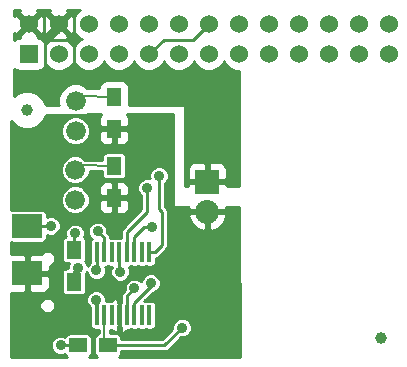
<source format=gbr>
G04 #@! TF.FileFunction,Copper,L1,Top,Signal*
%FSLAX46Y46*%
G04 Gerber Fmt 4.6, Leading zero omitted, Abs format (unit mm)*
G04 Created by KiCad (PCBNEW 4.0.1-stable) date 7/13/2016 11:34:53 AM*
%MOMM*%
G01*
G04 APERTURE LIST*
%ADD10C,0.150000*%
%ADD11R,1.500000X1.250000*%
%ADD12R,2.500000X2.000000*%
%ADD13C,1.000000*%
%ADD14R,0.406400X1.651000*%
%ADD15R,1.524000X1.524000*%
%ADD16C,1.524000*%
%ADD17C,1.676400*%
%ADD18R,1.300000X1.500000*%
%ADD19R,2.032000X2.032000*%
%ADD20O,2.032000X2.032000*%
%ADD21C,0.889000*%
%ADD22C,0.254000*%
%ADD23C,0.203200*%
G04 APERTURE END LIST*
D10*
D11*
X8616000Y-29083000D03*
X6116000Y-29083000D03*
D12*
X1800000Y-23000000D03*
X1800000Y-19000000D03*
D13*
X1778000Y-9144000D03*
X31750000Y-28448000D03*
D14*
X10223500Y-21209000D03*
X9588500Y-21209000D03*
X8953500Y-21209000D03*
X8318500Y-21209000D03*
X12128500Y-26543000D03*
X12128500Y-21209000D03*
X11493500Y-21209000D03*
X10858500Y-21209000D03*
X7683500Y-26543000D03*
X8318500Y-26543000D03*
X8953500Y-26543000D03*
X9588500Y-26543000D03*
X10223500Y-26543000D03*
X10858500Y-26543000D03*
X7683500Y-21209000D03*
X11493500Y-26543000D03*
D15*
X1905000Y-4445000D03*
D16*
X1905000Y-1905000D03*
X4445000Y-4445000D03*
X4445000Y-1905000D03*
X6985000Y-4445000D03*
X6985000Y-1905000D03*
X9525000Y-4445000D03*
X9525000Y-1905000D03*
X12065000Y-4445000D03*
X12065000Y-1905000D03*
X14605000Y-4445000D03*
X14605000Y-1905000D03*
X17145000Y-4445000D03*
X17145000Y-1905000D03*
X19685000Y-4445000D03*
X19685000Y-1905000D03*
X22225000Y-4445000D03*
X22225000Y-1905000D03*
X24765000Y-4445000D03*
X24765000Y-1905000D03*
X27305000Y-4445000D03*
X27305000Y-1905000D03*
X29845000Y-4445000D03*
X29845000Y-1905000D03*
X32385000Y-4445000D03*
X32385000Y-1905000D03*
D17*
X5842000Y-14224000D03*
X5842000Y-16764000D03*
X5880000Y-8380000D03*
X5880000Y-10920000D03*
D18*
X5760000Y-23690000D03*
X5760000Y-20990000D03*
X9144000Y-16590000D03*
X9144000Y-13890000D03*
X9144000Y-10748000D03*
X9144000Y-8048000D03*
D19*
X17018000Y-15240000D03*
D20*
X17018000Y-17780000D03*
D21*
X12382500Y-19050000D03*
X14908000Y-27584000D03*
X4980000Y-25900000D03*
X7620000Y-25240000D03*
X7650000Y-22740000D03*
X4622800Y-29083000D03*
X5840000Y-19600000D03*
X10858500Y-24257000D03*
X9652000Y-22860000D03*
X3790000Y-18960000D03*
X11938000Y-15748000D03*
X12255500Y-23812500D03*
X7747000Y-19431000D03*
X12954000Y-14732000D03*
X6080000Y-22500000D03*
D22*
X10858500Y-21209000D02*
X10858500Y-19875500D01*
X11684000Y-19050000D02*
X12382500Y-19050000D01*
X10858500Y-19875500D02*
X11684000Y-19050000D01*
X8318500Y-29083000D02*
X13409000Y-29083000D01*
X13409000Y-29083000D02*
X14908000Y-27584000D01*
D23*
X8318500Y-26543000D02*
X8318500Y-29083000D01*
D22*
X4445000Y-1905000D02*
X4445000Y-2445000D01*
X4445000Y-2445000D02*
X3330000Y-3560000D01*
X3330000Y-3560000D02*
X3330000Y-5870000D01*
X3330000Y-5870000D02*
X3410000Y-5950000D01*
X3224000Y-3200000D02*
X3224000Y-914000D01*
X5764000Y-3200000D02*
X5764000Y-914000D01*
X3224000Y-3200000D02*
X5764000Y-3200000D01*
X5764000Y-3200000D02*
X5764000Y-5232000D01*
X1905000Y-1905000D02*
X1929000Y-1905000D01*
X1929000Y-1905000D02*
X3224000Y-3200000D01*
X7683500Y-25303500D02*
X7620000Y-25240000D01*
X7683500Y-26543000D02*
X7683500Y-25303500D01*
X7650000Y-22740000D02*
X7683500Y-22706500D01*
X7683500Y-22706500D02*
X7683500Y-21209000D01*
X6116000Y-29083000D02*
X4622800Y-29083000D01*
X5989000Y-29210000D02*
X6116000Y-29083000D01*
X5760000Y-19680000D02*
X5840000Y-19600000D01*
X5760000Y-20990000D02*
X5760000Y-19680000D01*
X12065000Y-4445000D02*
X12139000Y-4445000D01*
X12139000Y-4445000D02*
X13384000Y-3200000D01*
X13384000Y-3200000D02*
X15850000Y-3200000D01*
X15850000Y-3200000D02*
X17145000Y-1905000D01*
X10223500Y-26543000D02*
X10223500Y-24892000D01*
X10223500Y-24892000D02*
X10858500Y-24257000D01*
X9588500Y-21209000D02*
X9588500Y-22796500D01*
X9588500Y-22796500D02*
X9652000Y-22860000D01*
X3750000Y-19000000D02*
X3790000Y-18960000D01*
X1800000Y-19000000D02*
X3750000Y-19000000D01*
X10223500Y-21209000D02*
X10223500Y-19494500D01*
X11938000Y-17780000D02*
X11938000Y-15748000D01*
X10223500Y-19494500D02*
X11938000Y-17780000D01*
D23*
X6239500Y-13826500D02*
X5842000Y-14224000D01*
X9144000Y-13890000D02*
X6239500Y-13826500D01*
X6275500Y-7984500D02*
X5880000Y-8380000D01*
X9144000Y-8048000D02*
X6275500Y-7984500D01*
D22*
X5880000Y-10920000D02*
X5880000Y-10960000D01*
X10858500Y-26543000D02*
X10858500Y-25463500D01*
X10858500Y-25463500D02*
X12255500Y-24066500D01*
X12255500Y-24066500D02*
X12255500Y-23812500D01*
X8318500Y-21209000D02*
X8318500Y-20002500D01*
X8318500Y-20002500D02*
X7747000Y-19431000D01*
X12128500Y-21209000D02*
X12573000Y-21209000D01*
X12954000Y-17526000D02*
X12954000Y-14732000D01*
X13208000Y-17780000D02*
X12954000Y-17526000D01*
X13208000Y-20574000D02*
X13208000Y-17780000D01*
X12573000Y-21209000D02*
X13208000Y-20574000D01*
X12065000Y-1905000D02*
X12065000Y-2032000D01*
X5760000Y-22820000D02*
X5760000Y-23690000D01*
X6080000Y-22500000D02*
X5760000Y-22820000D01*
X5760000Y-23380000D02*
X5760000Y-23690000D01*
G36*
X18499990Y-5235303D02*
X18892630Y-5628629D01*
X19405900Y-5841757D01*
X19685000Y-5842001D01*
X19685000Y-15621000D01*
X18669000Y-15621000D01*
X18669000Y-15525750D01*
X18510250Y-15367000D01*
X17145000Y-15367000D01*
X17145000Y-15387000D01*
X16891000Y-15387000D01*
X16891000Y-15367000D01*
X15525750Y-15367000D01*
X15367000Y-15525750D01*
X15367000Y-15621000D01*
X15113000Y-15621000D01*
X15113000Y-14097690D01*
X15367000Y-14097690D01*
X15367000Y-14954250D01*
X15525750Y-15113000D01*
X16891000Y-15113000D01*
X16891000Y-13747750D01*
X17145000Y-13747750D01*
X17145000Y-15113000D01*
X18510250Y-15113000D01*
X18669000Y-14954250D01*
X18669000Y-14097690D01*
X18572327Y-13864301D01*
X18393698Y-13685673D01*
X18160309Y-13589000D01*
X17303750Y-13589000D01*
X17145000Y-13747750D01*
X16891000Y-13747750D01*
X16732250Y-13589000D01*
X15875691Y-13589000D01*
X15642302Y-13685673D01*
X15463673Y-13864301D01*
X15367000Y-14097690D01*
X15113000Y-14097690D01*
X15113000Y-8890000D01*
X15102994Y-8840590D01*
X15074553Y-8798965D01*
X15032159Y-8771685D01*
X14986000Y-8763000D01*
X10441440Y-8763000D01*
X10441440Y-7298000D01*
X10397162Y-7062683D01*
X10258090Y-6846559D01*
X10045890Y-6701569D01*
X9794000Y-6650560D01*
X8494000Y-6650560D01*
X8258683Y-6694838D01*
X8042559Y-6833910D01*
X7897569Y-7046110D01*
X7849685Y-7282567D01*
X6843858Y-7260301D01*
X6715591Y-7131810D01*
X6174323Y-6907056D01*
X5588248Y-6906545D01*
X5046589Y-7130353D01*
X4631810Y-7544409D01*
X4407056Y-8085677D01*
X4406545Y-8671752D01*
X4444248Y-8763000D01*
X3380991Y-8763000D01*
X3158108Y-8223582D01*
X2700825Y-7765501D01*
X2103050Y-7517283D01*
X1455789Y-7516718D01*
X857582Y-7763892D01*
X685000Y-7936173D01*
X685000Y-5662602D01*
X891110Y-5803431D01*
X1143000Y-5854440D01*
X2667000Y-5854440D01*
X2902317Y-5810162D01*
X3118441Y-5671090D01*
X3263431Y-5458890D01*
X3300492Y-5275876D01*
X3652630Y-5628629D01*
X4165900Y-5841757D01*
X4721661Y-5842242D01*
X5235303Y-5630010D01*
X5628629Y-5237370D01*
X5714949Y-5029488D01*
X5799990Y-5235303D01*
X6192630Y-5628629D01*
X6705900Y-5841757D01*
X7261661Y-5842242D01*
X7775303Y-5630010D01*
X8168629Y-5237370D01*
X8254949Y-5029488D01*
X8339990Y-5235303D01*
X8732630Y-5628629D01*
X9245900Y-5841757D01*
X9801661Y-5842242D01*
X10315303Y-5630010D01*
X10708629Y-5237370D01*
X10794949Y-5029488D01*
X10879990Y-5235303D01*
X11272630Y-5628629D01*
X11785900Y-5841757D01*
X12341661Y-5842242D01*
X12855303Y-5630010D01*
X13248629Y-5237370D01*
X13334949Y-5029488D01*
X13419990Y-5235303D01*
X13812630Y-5628629D01*
X14325900Y-5841757D01*
X14881661Y-5842242D01*
X15395303Y-5630010D01*
X15788629Y-5237370D01*
X15874949Y-5029488D01*
X15959990Y-5235303D01*
X16352630Y-5628629D01*
X16865900Y-5841757D01*
X17421661Y-5842242D01*
X17935303Y-5630010D01*
X18328629Y-5237370D01*
X18414949Y-5029488D01*
X18499990Y-5235303D01*
X18499990Y-5235303D01*
G37*
X18499990Y-5235303D02*
X18892630Y-5628629D01*
X19405900Y-5841757D01*
X19685000Y-5842001D01*
X19685000Y-15621000D01*
X18669000Y-15621000D01*
X18669000Y-15525750D01*
X18510250Y-15367000D01*
X17145000Y-15367000D01*
X17145000Y-15387000D01*
X16891000Y-15387000D01*
X16891000Y-15367000D01*
X15525750Y-15367000D01*
X15367000Y-15525750D01*
X15367000Y-15621000D01*
X15113000Y-15621000D01*
X15113000Y-14097690D01*
X15367000Y-14097690D01*
X15367000Y-14954250D01*
X15525750Y-15113000D01*
X16891000Y-15113000D01*
X16891000Y-13747750D01*
X17145000Y-13747750D01*
X17145000Y-15113000D01*
X18510250Y-15113000D01*
X18669000Y-14954250D01*
X18669000Y-14097690D01*
X18572327Y-13864301D01*
X18393698Y-13685673D01*
X18160309Y-13589000D01*
X17303750Y-13589000D01*
X17145000Y-13747750D01*
X16891000Y-13747750D01*
X16732250Y-13589000D01*
X15875691Y-13589000D01*
X15642302Y-13685673D01*
X15463673Y-13864301D01*
X15367000Y-14097690D01*
X15113000Y-14097690D01*
X15113000Y-8890000D01*
X15102994Y-8840590D01*
X15074553Y-8798965D01*
X15032159Y-8771685D01*
X14986000Y-8763000D01*
X10441440Y-8763000D01*
X10441440Y-7298000D01*
X10397162Y-7062683D01*
X10258090Y-6846559D01*
X10045890Y-6701569D01*
X9794000Y-6650560D01*
X8494000Y-6650560D01*
X8258683Y-6694838D01*
X8042559Y-6833910D01*
X7897569Y-7046110D01*
X7849685Y-7282567D01*
X6843858Y-7260301D01*
X6715591Y-7131810D01*
X6174323Y-6907056D01*
X5588248Y-6906545D01*
X5046589Y-7130353D01*
X4631810Y-7544409D01*
X4407056Y-8085677D01*
X4406545Y-8671752D01*
X4444248Y-8763000D01*
X3380991Y-8763000D01*
X3158108Y-8223582D01*
X2700825Y-7765501D01*
X2103050Y-7517283D01*
X1455789Y-7516718D01*
X857582Y-7763892D01*
X685000Y-7936173D01*
X685000Y-5662602D01*
X891110Y-5803431D01*
X1143000Y-5854440D01*
X2667000Y-5854440D01*
X2902317Y-5810162D01*
X3118441Y-5671090D01*
X3263431Y-5458890D01*
X3300492Y-5275876D01*
X3652630Y-5628629D01*
X4165900Y-5841757D01*
X4721661Y-5842242D01*
X5235303Y-5630010D01*
X5628629Y-5237370D01*
X5714949Y-5029488D01*
X5799990Y-5235303D01*
X6192630Y-5628629D01*
X6705900Y-5841757D01*
X7261661Y-5842242D01*
X7775303Y-5630010D01*
X8168629Y-5237370D01*
X8254949Y-5029488D01*
X8339990Y-5235303D01*
X8732630Y-5628629D01*
X9245900Y-5841757D01*
X9801661Y-5842242D01*
X10315303Y-5630010D01*
X10708629Y-5237370D01*
X10794949Y-5029488D01*
X10879990Y-5235303D01*
X11272630Y-5628629D01*
X11785900Y-5841757D01*
X12341661Y-5842242D01*
X12855303Y-5630010D01*
X13248629Y-5237370D01*
X13334949Y-5029488D01*
X13419990Y-5235303D01*
X13812630Y-5628629D01*
X14325900Y-5841757D01*
X14881661Y-5842242D01*
X15395303Y-5630010D01*
X15788629Y-5237370D01*
X15874949Y-5029488D01*
X15959990Y-5235303D01*
X16352630Y-5628629D01*
X16865900Y-5841757D01*
X17421661Y-5842242D01*
X17935303Y-5630010D01*
X18328629Y-5237370D01*
X18414949Y-5029488D01*
X18499990Y-5235303D01*
G36*
X1104392Y-924787D02*
X1905000Y-1725395D01*
X2705608Y-924787D01*
X2636831Y-685000D01*
X3713169Y-685000D01*
X3644392Y-924787D01*
X4445000Y-1725395D01*
X5245608Y-924787D01*
X5176831Y-685000D01*
X6279379Y-685000D01*
X6194697Y-719990D01*
X5801371Y-1112630D01*
X5721605Y-1304727D01*
X5667397Y-1173857D01*
X5425213Y-1104392D01*
X4624605Y-1905000D01*
X5425213Y-2705608D01*
X5667397Y-2636143D01*
X5717509Y-2495682D01*
X5799990Y-2695303D01*
X6192630Y-3088629D01*
X6400512Y-3174949D01*
X6194697Y-3259990D01*
X5801371Y-3652630D01*
X5715051Y-3860512D01*
X5630010Y-3654697D01*
X5237370Y-3261371D01*
X5045273Y-3181605D01*
X5176143Y-3127397D01*
X5245608Y-2885213D01*
X4445000Y-2084605D01*
X3644392Y-2885213D01*
X3713857Y-3127397D01*
X3854318Y-3177509D01*
X3654697Y-3259990D01*
X3301237Y-3612833D01*
X3270162Y-3447683D01*
X3131090Y-3231559D01*
X2918890Y-3086569D01*
X2667000Y-3035560D01*
X2662484Y-3035560D01*
X2705608Y-2885213D01*
X1905000Y-2084605D01*
X1104392Y-2885213D01*
X1147516Y-3035560D01*
X1143000Y-3035560D01*
X907683Y-3079838D01*
X691559Y-3218910D01*
X685000Y-3228509D01*
X685000Y-2636831D01*
X924787Y-2705608D01*
X1725395Y-1905000D01*
X2084605Y-1905000D01*
X2885213Y-2705608D01*
X3127397Y-2636143D01*
X3171453Y-2512656D01*
X3222603Y-2636143D01*
X3464787Y-2705608D01*
X4265395Y-1905000D01*
X3464787Y-1104392D01*
X3222603Y-1173857D01*
X3178547Y-1297344D01*
X3127397Y-1173857D01*
X2885213Y-1104392D01*
X2084605Y-1905000D01*
X1725395Y-1905000D01*
X924787Y-1104392D01*
X685000Y-1173169D01*
X685000Y-685000D01*
X1173169Y-685000D01*
X1104392Y-924787D01*
X1104392Y-924787D01*
G37*
X1104392Y-924787D02*
X1905000Y-1725395D01*
X2705608Y-924787D01*
X2636831Y-685000D01*
X3713169Y-685000D01*
X3644392Y-924787D01*
X4445000Y-1725395D01*
X5245608Y-924787D01*
X5176831Y-685000D01*
X6279379Y-685000D01*
X6194697Y-719990D01*
X5801371Y-1112630D01*
X5721605Y-1304727D01*
X5667397Y-1173857D01*
X5425213Y-1104392D01*
X4624605Y-1905000D01*
X5425213Y-2705608D01*
X5667397Y-2636143D01*
X5717509Y-2495682D01*
X5799990Y-2695303D01*
X6192630Y-3088629D01*
X6400512Y-3174949D01*
X6194697Y-3259990D01*
X5801371Y-3652630D01*
X5715051Y-3860512D01*
X5630010Y-3654697D01*
X5237370Y-3261371D01*
X5045273Y-3181605D01*
X5176143Y-3127397D01*
X5245608Y-2885213D01*
X4445000Y-2084605D01*
X3644392Y-2885213D01*
X3713857Y-3127397D01*
X3854318Y-3177509D01*
X3654697Y-3259990D01*
X3301237Y-3612833D01*
X3270162Y-3447683D01*
X3131090Y-3231559D01*
X2918890Y-3086569D01*
X2667000Y-3035560D01*
X2662484Y-3035560D01*
X2705608Y-2885213D01*
X1905000Y-2084605D01*
X1104392Y-2885213D01*
X1147516Y-3035560D01*
X1143000Y-3035560D01*
X907683Y-3079838D01*
X691559Y-3218910D01*
X685000Y-3228509D01*
X685000Y-2636831D01*
X924787Y-2705608D01*
X1725395Y-1905000D01*
X2084605Y-1905000D01*
X2885213Y-2705608D01*
X3127397Y-2636143D01*
X3171453Y-2512656D01*
X3222603Y-2636143D01*
X3464787Y-2705608D01*
X4265395Y-1905000D01*
X3464787Y-1104392D01*
X3222603Y-1173857D01*
X3178547Y-1297344D01*
X3127397Y-1173857D01*
X2885213Y-1104392D01*
X2084605Y-1905000D01*
X1725395Y-1905000D01*
X924787Y-1104392D01*
X685000Y-1173169D01*
X685000Y-685000D01*
X1173169Y-685000D01*
X1104392Y-924787D01*
G36*
X7955673Y-9638302D02*
X7859000Y-9871691D01*
X7859000Y-10462250D01*
X8017750Y-10621000D01*
X9017000Y-10621000D01*
X9017000Y-10601000D01*
X9271000Y-10601000D01*
X9271000Y-10621000D01*
X10270250Y-10621000D01*
X10429000Y-10462250D01*
X10429000Y-9871691D01*
X10332327Y-9638302D01*
X10219026Y-9525000D01*
X14097000Y-9525000D01*
X14097000Y-17272000D01*
X14107006Y-17321410D01*
X14135447Y-17363035D01*
X14177841Y-17390315D01*
X14224000Y-17399000D01*
X15412930Y-17399000D01*
X15531164Y-17653000D01*
X16891000Y-17653000D01*
X16891000Y-17633000D01*
X17145000Y-17633000D01*
X17145000Y-17653000D01*
X18504836Y-17653000D01*
X18623070Y-17399000D01*
X19686225Y-17399000D01*
X19808817Y-30049000D01*
X9539665Y-30049000D01*
X9636865Y-29986454D01*
X9723859Y-29859134D01*
X9754464Y-29708000D01*
X9754464Y-29591000D01*
X13409000Y-29591000D01*
X13603403Y-29552331D01*
X13768210Y-29442210D01*
X14801013Y-28409407D01*
X15071482Y-28409643D01*
X15374998Y-28284233D01*
X15607417Y-28052219D01*
X15733357Y-27748923D01*
X15733643Y-27420518D01*
X15608233Y-27117002D01*
X15376219Y-26884583D01*
X15072923Y-26758643D01*
X14744518Y-26758357D01*
X14441002Y-26883767D01*
X14208583Y-27115781D01*
X14082643Y-27419077D01*
X14082406Y-27691174D01*
X13198580Y-28575000D01*
X9754464Y-28575000D01*
X9754464Y-28458000D01*
X9727897Y-28316810D01*
X9644454Y-28187135D01*
X9517134Y-28100141D01*
X9366000Y-28069536D01*
X8801100Y-28069536D01*
X8801100Y-27756964D01*
X8875738Y-27756964D01*
X9025602Y-27906827D01*
X9258991Y-28003500D01*
X9328150Y-28003500D01*
X9486900Y-27844750D01*
X9486900Y-27560114D01*
X9514559Y-27519634D01*
X9545164Y-27368500D01*
X9545164Y-25717500D01*
X9631836Y-25717500D01*
X9631836Y-27368500D01*
X9658403Y-27509690D01*
X9690100Y-27558949D01*
X9690100Y-27844750D01*
X9848850Y-28003500D01*
X9918009Y-28003500D01*
X10151398Y-27906827D01*
X10301262Y-27756964D01*
X10426700Y-27756964D01*
X10545195Y-27734667D01*
X10655300Y-27756964D01*
X11061700Y-27756964D01*
X11180195Y-27734667D01*
X11290300Y-27756964D01*
X11696700Y-27756964D01*
X11815195Y-27734667D01*
X11925300Y-27756964D01*
X12331700Y-27756964D01*
X12472890Y-27730397D01*
X12602565Y-27646954D01*
X12689559Y-27519634D01*
X12720164Y-27368500D01*
X12720164Y-25717500D01*
X12693597Y-25576310D01*
X12610154Y-25446635D01*
X12482834Y-25359641D01*
X12331700Y-25329036D01*
X11925300Y-25329036D01*
X11806805Y-25351333D01*
X11708911Y-25331509D01*
X12402292Y-24638128D01*
X12418982Y-24638143D01*
X12722498Y-24512733D01*
X12954917Y-24280719D01*
X13080857Y-23977423D01*
X13081143Y-23649018D01*
X12955733Y-23345502D01*
X12723719Y-23113083D01*
X12420423Y-22987143D01*
X12092018Y-22986857D01*
X11788502Y-23112267D01*
X11556083Y-23344281D01*
X11430143Y-23647577D01*
X11430131Y-23661176D01*
X11326719Y-23557583D01*
X11023423Y-23431643D01*
X10695018Y-23431357D01*
X10391502Y-23556767D01*
X10159083Y-23788781D01*
X10033143Y-24092077D01*
X10032906Y-24364174D01*
X9864290Y-24532790D01*
X9754169Y-24697597D01*
X9715500Y-24892000D01*
X9715500Y-25215850D01*
X9690100Y-25241250D01*
X9690100Y-25525886D01*
X9662441Y-25566366D01*
X9631836Y-25717500D01*
X9545164Y-25717500D01*
X9518597Y-25576310D01*
X9486900Y-25527051D01*
X9486900Y-25241250D01*
X9328150Y-25082500D01*
X9258991Y-25082500D01*
X9025602Y-25179173D01*
X8875738Y-25329036D01*
X8750300Y-25329036D01*
X8631805Y-25351333D01*
X8521700Y-25329036D01*
X8445423Y-25329036D01*
X8445643Y-25076518D01*
X8320233Y-24773002D01*
X8088219Y-24540583D01*
X7784923Y-24414643D01*
X7456518Y-24414357D01*
X7153002Y-24539767D01*
X6920583Y-24771781D01*
X6794643Y-25075077D01*
X6794357Y-25403482D01*
X6919767Y-25706998D01*
X7091836Y-25879367D01*
X7091836Y-27368500D01*
X7118403Y-27509690D01*
X7201846Y-27639365D01*
X7329166Y-27726359D01*
X7480300Y-27756964D01*
X7835900Y-27756964D01*
X7835900Y-28075200D01*
X7724810Y-28096103D01*
X7595135Y-28179546D01*
X7508141Y-28306866D01*
X7477536Y-28458000D01*
X7477536Y-29708000D01*
X7504103Y-29849190D01*
X7587546Y-29978865D01*
X7690192Y-30049000D01*
X7039665Y-30049000D01*
X7136865Y-29986454D01*
X7223859Y-29859134D01*
X7254464Y-29708000D01*
X7254464Y-28458000D01*
X7227897Y-28316810D01*
X7144454Y-28187135D01*
X7017134Y-28100141D01*
X6866000Y-28069536D01*
X5366000Y-28069536D01*
X5224810Y-28096103D01*
X5095135Y-28179546D01*
X5008141Y-28306866D01*
X5000239Y-28345888D01*
X4787723Y-28257643D01*
X4459318Y-28257357D01*
X4155802Y-28382767D01*
X3923383Y-28614781D01*
X3797443Y-28918077D01*
X3797157Y-29246482D01*
X3922567Y-29549998D01*
X4154581Y-29782417D01*
X4457877Y-29908357D01*
X4786282Y-29908643D01*
X4998769Y-29820845D01*
X5004103Y-29849190D01*
X5087546Y-29978865D01*
X5190192Y-30049000D01*
X431000Y-30049000D01*
X431000Y-25859914D01*
X2818886Y-25859914D01*
X2918546Y-26101109D01*
X3102921Y-26285806D01*
X3343941Y-26385886D01*
X3604914Y-26386114D01*
X3846109Y-26286454D01*
X4030806Y-26102079D01*
X4130886Y-25861059D01*
X4131114Y-25600086D01*
X4031454Y-25358891D01*
X3847079Y-25174194D01*
X3606059Y-25074114D01*
X3345086Y-25073886D01*
X3103891Y-25173546D01*
X2919194Y-25357921D01*
X2819114Y-25598941D01*
X2818886Y-25859914D01*
X431000Y-25859914D01*
X431000Y-24635000D01*
X1514250Y-24635000D01*
X1673000Y-24476250D01*
X1673000Y-23127000D01*
X1927000Y-23127000D01*
X1927000Y-24476250D01*
X2085750Y-24635000D01*
X3176310Y-24635000D01*
X3409699Y-24538327D01*
X3588327Y-24359698D01*
X3685000Y-24126309D01*
X3685000Y-23285750D01*
X3526250Y-23127000D01*
X1927000Y-23127000D01*
X1673000Y-23127000D01*
X1653000Y-23127000D01*
X1653000Y-22873000D01*
X1673000Y-22873000D01*
X1673000Y-21523750D01*
X1927000Y-21523750D01*
X1927000Y-22873000D01*
X3526250Y-22873000D01*
X3685000Y-22714250D01*
X3685000Y-22353023D01*
X3846109Y-22286454D01*
X4030806Y-22102079D01*
X4130886Y-21861059D01*
X4131114Y-21600086D01*
X4031454Y-21358891D01*
X3847079Y-21174194D01*
X3606059Y-21074114D01*
X3345086Y-21073886D01*
X3103891Y-21173546D01*
X2919194Y-21357921D01*
X2916255Y-21365000D01*
X2085750Y-21365000D01*
X1927000Y-21523750D01*
X1673000Y-21523750D01*
X1514250Y-21365000D01*
X431000Y-21365000D01*
X431000Y-20364366D01*
X550000Y-20388464D01*
X3050000Y-20388464D01*
X3191190Y-20361897D01*
X3320865Y-20278454D01*
X3347139Y-20240000D01*
X4721536Y-20240000D01*
X4721536Y-21740000D01*
X4748103Y-21881190D01*
X4831546Y-22010865D01*
X4958866Y-22097859D01*
X5110000Y-22128464D01*
X5340437Y-22128464D01*
X5254643Y-22335077D01*
X5254454Y-22551536D01*
X5110000Y-22551536D01*
X4968810Y-22578103D01*
X4839135Y-22661546D01*
X4752141Y-22788866D01*
X4721536Y-22940000D01*
X4721536Y-24440000D01*
X4748103Y-24581190D01*
X4831546Y-24710865D01*
X4958866Y-24797859D01*
X5110000Y-24828464D01*
X6410000Y-24828464D01*
X6551190Y-24801897D01*
X6680865Y-24718454D01*
X6767859Y-24591134D01*
X6798464Y-24440000D01*
X6798464Y-22940000D01*
X6796178Y-22927853D01*
X6824395Y-22859900D01*
X6824357Y-22903482D01*
X6949767Y-23206998D01*
X7181781Y-23439417D01*
X7485077Y-23565357D01*
X7813482Y-23565643D01*
X8116998Y-23440233D01*
X8349417Y-23208219D01*
X8475357Y-22904923D01*
X8475643Y-22576518D01*
X8412196Y-22422964D01*
X8521700Y-22422964D01*
X8640195Y-22400667D01*
X8750300Y-22422964D01*
X8939635Y-22422964D01*
X8826643Y-22695077D01*
X8826357Y-23023482D01*
X8951767Y-23326998D01*
X9183781Y-23559417D01*
X9487077Y-23685357D01*
X9815482Y-23685643D01*
X10118998Y-23560233D01*
X10351417Y-23328219D01*
X10477357Y-23024923D01*
X10477643Y-22696518D01*
X10364613Y-22422964D01*
X10426700Y-22422964D01*
X10545195Y-22400667D01*
X10655300Y-22422964D01*
X11061700Y-22422964D01*
X11180195Y-22400667D01*
X11290300Y-22422964D01*
X11696700Y-22422964D01*
X11815195Y-22400667D01*
X11925300Y-22422964D01*
X12331700Y-22422964D01*
X12472890Y-22396397D01*
X12602565Y-22312954D01*
X12689559Y-22185634D01*
X12720164Y-22034500D01*
X12720164Y-21687727D01*
X12767403Y-21678331D01*
X12932210Y-21568210D01*
X13567211Y-20933210D01*
X13677331Y-20768403D01*
X13716000Y-20574000D01*
X13716000Y-18162944D01*
X15412025Y-18162944D01*
X15611615Y-18644818D01*
X16049621Y-19117188D01*
X16635054Y-19385983D01*
X16891000Y-19267367D01*
X16891000Y-17907000D01*
X17145000Y-17907000D01*
X17145000Y-19267367D01*
X17400946Y-19385983D01*
X17986379Y-19117188D01*
X18424385Y-18644818D01*
X18623975Y-18162944D01*
X18504836Y-17907000D01*
X17145000Y-17907000D01*
X16891000Y-17907000D01*
X15531164Y-17907000D01*
X15412025Y-18162944D01*
X13716000Y-18162944D01*
X13716000Y-17780000D01*
X13677331Y-17585597D01*
X13677331Y-17585596D01*
X13567210Y-17420790D01*
X13462000Y-17315580D01*
X13462000Y-15391302D01*
X13653417Y-15200219D01*
X13779357Y-14896923D01*
X13779643Y-14568518D01*
X13654233Y-14265002D01*
X13422219Y-14032583D01*
X13118923Y-13906643D01*
X12790518Y-13906357D01*
X12487002Y-14031767D01*
X12254583Y-14263781D01*
X12128643Y-14567077D01*
X12128357Y-14895482D01*
X12147171Y-14941017D01*
X12102923Y-14922643D01*
X11774518Y-14922357D01*
X11471002Y-15047767D01*
X11238583Y-15279781D01*
X11112643Y-15583077D01*
X11112357Y-15911482D01*
X11237767Y-16214998D01*
X11430000Y-16407567D01*
X11430000Y-17569580D01*
X9864290Y-19135290D01*
X9754169Y-19300097D01*
X9715500Y-19494500D01*
X9715500Y-19995036D01*
X9385300Y-19995036D01*
X9266805Y-20017333D01*
X9156700Y-19995036D01*
X8825015Y-19995036D01*
X8787831Y-19808097D01*
X8677710Y-19643290D01*
X8572407Y-19537987D01*
X8572643Y-19267518D01*
X8447233Y-18964002D01*
X8215219Y-18731583D01*
X7911923Y-18605643D01*
X7583518Y-18605357D01*
X7280002Y-18730767D01*
X7047583Y-18962781D01*
X6921643Y-19266077D01*
X6921357Y-19594482D01*
X7046767Y-19897998D01*
X7236237Y-20087799D01*
X7209435Y-20105046D01*
X7122441Y-20232366D01*
X7091836Y-20383500D01*
X7091836Y-22034500D01*
X7107087Y-22115550D01*
X6950583Y-22271781D01*
X6905605Y-22380100D01*
X6905643Y-22336518D01*
X6780233Y-22033002D01*
X6715341Y-21967997D01*
X6767859Y-21891134D01*
X6798464Y-21740000D01*
X6798464Y-20240000D01*
X6771897Y-20098810D01*
X6688454Y-19969135D01*
X6604406Y-19911708D01*
X6665357Y-19764923D01*
X6665643Y-19436518D01*
X6540233Y-19133002D01*
X6308219Y-18900583D01*
X6004923Y-18774643D01*
X5676518Y-18774357D01*
X5373002Y-18899767D01*
X5140583Y-19131781D01*
X5014643Y-19435077D01*
X5014357Y-19763482D01*
X5055015Y-19861882D01*
X4968810Y-19878103D01*
X4839135Y-19961546D01*
X4752141Y-20088866D01*
X4721536Y-20240000D01*
X3347139Y-20240000D01*
X3407859Y-20151134D01*
X3438464Y-20000000D01*
X3438464Y-19707868D01*
X3625077Y-19785357D01*
X3953482Y-19785643D01*
X4256998Y-19660233D01*
X4489417Y-19428219D01*
X4615357Y-19124923D01*
X4615643Y-18796518D01*
X4490233Y-18493002D01*
X4258219Y-18260583D01*
X3954923Y-18134643D01*
X3626518Y-18134357D01*
X3438464Y-18212059D01*
X3438464Y-18000000D01*
X3411897Y-17858810D01*
X3328454Y-17729135D01*
X3201134Y-17642141D01*
X3050000Y-17611536D01*
X550000Y-17611536D01*
X431000Y-17633928D01*
X431000Y-17005450D01*
X4622588Y-17005450D01*
X4807809Y-17453719D01*
X5150477Y-17796985D01*
X5598422Y-17982988D01*
X6083450Y-17983412D01*
X6531719Y-17798191D01*
X6874985Y-17455523D01*
X7060988Y-17007578D01*
X7061103Y-16875750D01*
X7859000Y-16875750D01*
X7859000Y-17466309D01*
X7955673Y-17699698D01*
X8134301Y-17878327D01*
X8367690Y-17975000D01*
X8858250Y-17975000D01*
X9017000Y-17816250D01*
X9017000Y-16717000D01*
X9271000Y-16717000D01*
X9271000Y-17816250D01*
X9429750Y-17975000D01*
X9920310Y-17975000D01*
X10153699Y-17878327D01*
X10332327Y-17699698D01*
X10429000Y-17466309D01*
X10429000Y-16875750D01*
X10270250Y-16717000D01*
X9271000Y-16717000D01*
X9017000Y-16717000D01*
X8017750Y-16717000D01*
X7859000Y-16875750D01*
X7061103Y-16875750D01*
X7061412Y-16522550D01*
X6876191Y-16074281D01*
X6533523Y-15731015D01*
X6491803Y-15713691D01*
X7859000Y-15713691D01*
X7859000Y-16304250D01*
X8017750Y-16463000D01*
X9017000Y-16463000D01*
X9017000Y-15363750D01*
X9271000Y-15363750D01*
X9271000Y-16463000D01*
X10270250Y-16463000D01*
X10429000Y-16304250D01*
X10429000Y-15713691D01*
X10332327Y-15480302D01*
X10153699Y-15301673D01*
X9920310Y-15205000D01*
X9429750Y-15205000D01*
X9271000Y-15363750D01*
X9017000Y-15363750D01*
X8858250Y-15205000D01*
X8367690Y-15205000D01*
X8134301Y-15301673D01*
X7955673Y-15480302D01*
X7859000Y-15713691D01*
X6491803Y-15713691D01*
X6085578Y-15545012D01*
X5600550Y-15544588D01*
X5152281Y-15729809D01*
X4809015Y-16072477D01*
X4623012Y-16520422D01*
X4622588Y-17005450D01*
X431000Y-17005450D01*
X431000Y-14465450D01*
X4622588Y-14465450D01*
X4807809Y-14913719D01*
X5150477Y-15256985D01*
X5598422Y-15442988D01*
X6083450Y-15443412D01*
X6531719Y-15258191D01*
X6874985Y-14915523D01*
X7060988Y-14467578D01*
X7061111Y-14327178D01*
X8105536Y-14350012D01*
X8105536Y-14640000D01*
X8132103Y-14781190D01*
X8215546Y-14910865D01*
X8342866Y-14997859D01*
X8494000Y-15028464D01*
X9794000Y-15028464D01*
X9935190Y-15001897D01*
X10064865Y-14918454D01*
X10151859Y-14791134D01*
X10182464Y-14640000D01*
X10182464Y-13140000D01*
X10155897Y-12998810D01*
X10072454Y-12869135D01*
X9945134Y-12782141D01*
X9794000Y-12751536D01*
X8494000Y-12751536D01*
X8352810Y-12778103D01*
X8223135Y-12861546D01*
X8136141Y-12988866D01*
X8105536Y-13140000D01*
X8105536Y-13384581D01*
X6695989Y-13353764D01*
X6533523Y-13191015D01*
X6085578Y-13005012D01*
X5600550Y-13004588D01*
X5152281Y-13189809D01*
X4809015Y-13532477D01*
X4623012Y-13980422D01*
X4622588Y-14465450D01*
X431000Y-14465450D01*
X431000Y-11161450D01*
X4660588Y-11161450D01*
X4845809Y-11609719D01*
X5188477Y-11952985D01*
X5636422Y-12138988D01*
X6121450Y-12139412D01*
X6569719Y-11954191D01*
X6912985Y-11611523D01*
X7098988Y-11163578D01*
X7099101Y-11033750D01*
X7859000Y-11033750D01*
X7859000Y-11624309D01*
X7955673Y-11857698D01*
X8134301Y-12036327D01*
X8367690Y-12133000D01*
X8858250Y-12133000D01*
X9017000Y-11974250D01*
X9017000Y-10875000D01*
X9271000Y-10875000D01*
X9271000Y-11974250D01*
X9429750Y-12133000D01*
X9920310Y-12133000D01*
X10153699Y-12036327D01*
X10332327Y-11857698D01*
X10429000Y-11624309D01*
X10429000Y-11033750D01*
X10270250Y-10875000D01*
X9271000Y-10875000D01*
X9017000Y-10875000D01*
X8017750Y-10875000D01*
X7859000Y-11033750D01*
X7099101Y-11033750D01*
X7099412Y-10678550D01*
X6914191Y-10230281D01*
X6571523Y-9887015D01*
X6123578Y-9701012D01*
X5638550Y-9700588D01*
X5190281Y-9885809D01*
X4847015Y-10228477D01*
X4661012Y-10676422D01*
X4660588Y-11161450D01*
X431000Y-11161450D01*
X431000Y-10097584D01*
X855175Y-10522499D01*
X1452950Y-10770717D01*
X2100211Y-10771282D01*
X2698418Y-10524108D01*
X3156499Y-10066825D01*
X3352745Y-9594213D01*
X5534338Y-9556599D01*
X5636422Y-9598988D01*
X6121450Y-9599412D01*
X6255142Y-9544171D01*
X7367087Y-9525000D01*
X8068974Y-9525000D01*
X7955673Y-9638302D01*
X7955673Y-9638302D01*
G37*
X7955673Y-9638302D02*
X7859000Y-9871691D01*
X7859000Y-10462250D01*
X8017750Y-10621000D01*
X9017000Y-10621000D01*
X9017000Y-10601000D01*
X9271000Y-10601000D01*
X9271000Y-10621000D01*
X10270250Y-10621000D01*
X10429000Y-10462250D01*
X10429000Y-9871691D01*
X10332327Y-9638302D01*
X10219026Y-9525000D01*
X14097000Y-9525000D01*
X14097000Y-17272000D01*
X14107006Y-17321410D01*
X14135447Y-17363035D01*
X14177841Y-17390315D01*
X14224000Y-17399000D01*
X15412930Y-17399000D01*
X15531164Y-17653000D01*
X16891000Y-17653000D01*
X16891000Y-17633000D01*
X17145000Y-17633000D01*
X17145000Y-17653000D01*
X18504836Y-17653000D01*
X18623070Y-17399000D01*
X19686225Y-17399000D01*
X19808817Y-30049000D01*
X9539665Y-30049000D01*
X9636865Y-29986454D01*
X9723859Y-29859134D01*
X9754464Y-29708000D01*
X9754464Y-29591000D01*
X13409000Y-29591000D01*
X13603403Y-29552331D01*
X13768210Y-29442210D01*
X14801013Y-28409407D01*
X15071482Y-28409643D01*
X15374998Y-28284233D01*
X15607417Y-28052219D01*
X15733357Y-27748923D01*
X15733643Y-27420518D01*
X15608233Y-27117002D01*
X15376219Y-26884583D01*
X15072923Y-26758643D01*
X14744518Y-26758357D01*
X14441002Y-26883767D01*
X14208583Y-27115781D01*
X14082643Y-27419077D01*
X14082406Y-27691174D01*
X13198580Y-28575000D01*
X9754464Y-28575000D01*
X9754464Y-28458000D01*
X9727897Y-28316810D01*
X9644454Y-28187135D01*
X9517134Y-28100141D01*
X9366000Y-28069536D01*
X8801100Y-28069536D01*
X8801100Y-27756964D01*
X8875738Y-27756964D01*
X9025602Y-27906827D01*
X9258991Y-28003500D01*
X9328150Y-28003500D01*
X9486900Y-27844750D01*
X9486900Y-27560114D01*
X9514559Y-27519634D01*
X9545164Y-27368500D01*
X9545164Y-25717500D01*
X9631836Y-25717500D01*
X9631836Y-27368500D01*
X9658403Y-27509690D01*
X9690100Y-27558949D01*
X9690100Y-27844750D01*
X9848850Y-28003500D01*
X9918009Y-28003500D01*
X10151398Y-27906827D01*
X10301262Y-27756964D01*
X10426700Y-27756964D01*
X10545195Y-27734667D01*
X10655300Y-27756964D01*
X11061700Y-27756964D01*
X11180195Y-27734667D01*
X11290300Y-27756964D01*
X11696700Y-27756964D01*
X11815195Y-27734667D01*
X11925300Y-27756964D01*
X12331700Y-27756964D01*
X12472890Y-27730397D01*
X12602565Y-27646954D01*
X12689559Y-27519634D01*
X12720164Y-27368500D01*
X12720164Y-25717500D01*
X12693597Y-25576310D01*
X12610154Y-25446635D01*
X12482834Y-25359641D01*
X12331700Y-25329036D01*
X11925300Y-25329036D01*
X11806805Y-25351333D01*
X11708911Y-25331509D01*
X12402292Y-24638128D01*
X12418982Y-24638143D01*
X12722498Y-24512733D01*
X12954917Y-24280719D01*
X13080857Y-23977423D01*
X13081143Y-23649018D01*
X12955733Y-23345502D01*
X12723719Y-23113083D01*
X12420423Y-22987143D01*
X12092018Y-22986857D01*
X11788502Y-23112267D01*
X11556083Y-23344281D01*
X11430143Y-23647577D01*
X11430131Y-23661176D01*
X11326719Y-23557583D01*
X11023423Y-23431643D01*
X10695018Y-23431357D01*
X10391502Y-23556767D01*
X10159083Y-23788781D01*
X10033143Y-24092077D01*
X10032906Y-24364174D01*
X9864290Y-24532790D01*
X9754169Y-24697597D01*
X9715500Y-24892000D01*
X9715500Y-25215850D01*
X9690100Y-25241250D01*
X9690100Y-25525886D01*
X9662441Y-25566366D01*
X9631836Y-25717500D01*
X9545164Y-25717500D01*
X9518597Y-25576310D01*
X9486900Y-25527051D01*
X9486900Y-25241250D01*
X9328150Y-25082500D01*
X9258991Y-25082500D01*
X9025602Y-25179173D01*
X8875738Y-25329036D01*
X8750300Y-25329036D01*
X8631805Y-25351333D01*
X8521700Y-25329036D01*
X8445423Y-25329036D01*
X8445643Y-25076518D01*
X8320233Y-24773002D01*
X8088219Y-24540583D01*
X7784923Y-24414643D01*
X7456518Y-24414357D01*
X7153002Y-24539767D01*
X6920583Y-24771781D01*
X6794643Y-25075077D01*
X6794357Y-25403482D01*
X6919767Y-25706998D01*
X7091836Y-25879367D01*
X7091836Y-27368500D01*
X7118403Y-27509690D01*
X7201846Y-27639365D01*
X7329166Y-27726359D01*
X7480300Y-27756964D01*
X7835900Y-27756964D01*
X7835900Y-28075200D01*
X7724810Y-28096103D01*
X7595135Y-28179546D01*
X7508141Y-28306866D01*
X7477536Y-28458000D01*
X7477536Y-29708000D01*
X7504103Y-29849190D01*
X7587546Y-29978865D01*
X7690192Y-30049000D01*
X7039665Y-30049000D01*
X7136865Y-29986454D01*
X7223859Y-29859134D01*
X7254464Y-29708000D01*
X7254464Y-28458000D01*
X7227897Y-28316810D01*
X7144454Y-28187135D01*
X7017134Y-28100141D01*
X6866000Y-28069536D01*
X5366000Y-28069536D01*
X5224810Y-28096103D01*
X5095135Y-28179546D01*
X5008141Y-28306866D01*
X5000239Y-28345888D01*
X4787723Y-28257643D01*
X4459318Y-28257357D01*
X4155802Y-28382767D01*
X3923383Y-28614781D01*
X3797443Y-28918077D01*
X3797157Y-29246482D01*
X3922567Y-29549998D01*
X4154581Y-29782417D01*
X4457877Y-29908357D01*
X4786282Y-29908643D01*
X4998769Y-29820845D01*
X5004103Y-29849190D01*
X5087546Y-29978865D01*
X5190192Y-30049000D01*
X431000Y-30049000D01*
X431000Y-25859914D01*
X2818886Y-25859914D01*
X2918546Y-26101109D01*
X3102921Y-26285806D01*
X3343941Y-26385886D01*
X3604914Y-26386114D01*
X3846109Y-26286454D01*
X4030806Y-26102079D01*
X4130886Y-25861059D01*
X4131114Y-25600086D01*
X4031454Y-25358891D01*
X3847079Y-25174194D01*
X3606059Y-25074114D01*
X3345086Y-25073886D01*
X3103891Y-25173546D01*
X2919194Y-25357921D01*
X2819114Y-25598941D01*
X2818886Y-25859914D01*
X431000Y-25859914D01*
X431000Y-24635000D01*
X1514250Y-24635000D01*
X1673000Y-24476250D01*
X1673000Y-23127000D01*
X1927000Y-23127000D01*
X1927000Y-24476250D01*
X2085750Y-24635000D01*
X3176310Y-24635000D01*
X3409699Y-24538327D01*
X3588327Y-24359698D01*
X3685000Y-24126309D01*
X3685000Y-23285750D01*
X3526250Y-23127000D01*
X1927000Y-23127000D01*
X1673000Y-23127000D01*
X1653000Y-23127000D01*
X1653000Y-22873000D01*
X1673000Y-22873000D01*
X1673000Y-21523750D01*
X1927000Y-21523750D01*
X1927000Y-22873000D01*
X3526250Y-22873000D01*
X3685000Y-22714250D01*
X3685000Y-22353023D01*
X3846109Y-22286454D01*
X4030806Y-22102079D01*
X4130886Y-21861059D01*
X4131114Y-21600086D01*
X4031454Y-21358891D01*
X3847079Y-21174194D01*
X3606059Y-21074114D01*
X3345086Y-21073886D01*
X3103891Y-21173546D01*
X2919194Y-21357921D01*
X2916255Y-21365000D01*
X2085750Y-21365000D01*
X1927000Y-21523750D01*
X1673000Y-21523750D01*
X1514250Y-21365000D01*
X431000Y-21365000D01*
X431000Y-20364366D01*
X550000Y-20388464D01*
X3050000Y-20388464D01*
X3191190Y-20361897D01*
X3320865Y-20278454D01*
X3347139Y-20240000D01*
X4721536Y-20240000D01*
X4721536Y-21740000D01*
X4748103Y-21881190D01*
X4831546Y-22010865D01*
X4958866Y-22097859D01*
X5110000Y-22128464D01*
X5340437Y-22128464D01*
X5254643Y-22335077D01*
X5254454Y-22551536D01*
X5110000Y-22551536D01*
X4968810Y-22578103D01*
X4839135Y-22661546D01*
X4752141Y-22788866D01*
X4721536Y-22940000D01*
X4721536Y-24440000D01*
X4748103Y-24581190D01*
X4831546Y-24710865D01*
X4958866Y-24797859D01*
X5110000Y-24828464D01*
X6410000Y-24828464D01*
X6551190Y-24801897D01*
X6680865Y-24718454D01*
X6767859Y-24591134D01*
X6798464Y-24440000D01*
X6798464Y-22940000D01*
X6796178Y-22927853D01*
X6824395Y-22859900D01*
X6824357Y-22903482D01*
X6949767Y-23206998D01*
X7181781Y-23439417D01*
X7485077Y-23565357D01*
X7813482Y-23565643D01*
X8116998Y-23440233D01*
X8349417Y-23208219D01*
X8475357Y-22904923D01*
X8475643Y-22576518D01*
X8412196Y-22422964D01*
X8521700Y-22422964D01*
X8640195Y-22400667D01*
X8750300Y-22422964D01*
X8939635Y-22422964D01*
X8826643Y-22695077D01*
X8826357Y-23023482D01*
X8951767Y-23326998D01*
X9183781Y-23559417D01*
X9487077Y-23685357D01*
X9815482Y-23685643D01*
X10118998Y-23560233D01*
X10351417Y-23328219D01*
X10477357Y-23024923D01*
X10477643Y-22696518D01*
X10364613Y-22422964D01*
X10426700Y-22422964D01*
X10545195Y-22400667D01*
X10655300Y-22422964D01*
X11061700Y-22422964D01*
X11180195Y-22400667D01*
X11290300Y-22422964D01*
X11696700Y-22422964D01*
X11815195Y-22400667D01*
X11925300Y-22422964D01*
X12331700Y-22422964D01*
X12472890Y-22396397D01*
X12602565Y-22312954D01*
X12689559Y-22185634D01*
X12720164Y-22034500D01*
X12720164Y-21687727D01*
X12767403Y-21678331D01*
X12932210Y-21568210D01*
X13567211Y-20933210D01*
X13677331Y-20768403D01*
X13716000Y-20574000D01*
X13716000Y-18162944D01*
X15412025Y-18162944D01*
X15611615Y-18644818D01*
X16049621Y-19117188D01*
X16635054Y-19385983D01*
X16891000Y-19267367D01*
X16891000Y-17907000D01*
X17145000Y-17907000D01*
X17145000Y-19267367D01*
X17400946Y-19385983D01*
X17986379Y-19117188D01*
X18424385Y-18644818D01*
X18623975Y-18162944D01*
X18504836Y-17907000D01*
X17145000Y-17907000D01*
X16891000Y-17907000D01*
X15531164Y-17907000D01*
X15412025Y-18162944D01*
X13716000Y-18162944D01*
X13716000Y-17780000D01*
X13677331Y-17585597D01*
X13677331Y-17585596D01*
X13567210Y-17420790D01*
X13462000Y-17315580D01*
X13462000Y-15391302D01*
X13653417Y-15200219D01*
X13779357Y-14896923D01*
X13779643Y-14568518D01*
X13654233Y-14265002D01*
X13422219Y-14032583D01*
X13118923Y-13906643D01*
X12790518Y-13906357D01*
X12487002Y-14031767D01*
X12254583Y-14263781D01*
X12128643Y-14567077D01*
X12128357Y-14895482D01*
X12147171Y-14941017D01*
X12102923Y-14922643D01*
X11774518Y-14922357D01*
X11471002Y-15047767D01*
X11238583Y-15279781D01*
X11112643Y-15583077D01*
X11112357Y-15911482D01*
X11237767Y-16214998D01*
X11430000Y-16407567D01*
X11430000Y-17569580D01*
X9864290Y-19135290D01*
X9754169Y-19300097D01*
X9715500Y-19494500D01*
X9715500Y-19995036D01*
X9385300Y-19995036D01*
X9266805Y-20017333D01*
X9156700Y-19995036D01*
X8825015Y-19995036D01*
X8787831Y-19808097D01*
X8677710Y-19643290D01*
X8572407Y-19537987D01*
X8572643Y-19267518D01*
X8447233Y-18964002D01*
X8215219Y-18731583D01*
X7911923Y-18605643D01*
X7583518Y-18605357D01*
X7280002Y-18730767D01*
X7047583Y-18962781D01*
X6921643Y-19266077D01*
X6921357Y-19594482D01*
X7046767Y-19897998D01*
X7236237Y-20087799D01*
X7209435Y-20105046D01*
X7122441Y-20232366D01*
X7091836Y-20383500D01*
X7091836Y-22034500D01*
X7107087Y-22115550D01*
X6950583Y-22271781D01*
X6905605Y-22380100D01*
X6905643Y-22336518D01*
X6780233Y-22033002D01*
X6715341Y-21967997D01*
X6767859Y-21891134D01*
X6798464Y-21740000D01*
X6798464Y-20240000D01*
X6771897Y-20098810D01*
X6688454Y-19969135D01*
X6604406Y-19911708D01*
X6665357Y-19764923D01*
X6665643Y-19436518D01*
X6540233Y-19133002D01*
X6308219Y-18900583D01*
X6004923Y-18774643D01*
X5676518Y-18774357D01*
X5373002Y-18899767D01*
X5140583Y-19131781D01*
X5014643Y-19435077D01*
X5014357Y-19763482D01*
X5055015Y-19861882D01*
X4968810Y-19878103D01*
X4839135Y-19961546D01*
X4752141Y-20088866D01*
X4721536Y-20240000D01*
X3347139Y-20240000D01*
X3407859Y-20151134D01*
X3438464Y-20000000D01*
X3438464Y-19707868D01*
X3625077Y-19785357D01*
X3953482Y-19785643D01*
X4256998Y-19660233D01*
X4489417Y-19428219D01*
X4615357Y-19124923D01*
X4615643Y-18796518D01*
X4490233Y-18493002D01*
X4258219Y-18260583D01*
X3954923Y-18134643D01*
X3626518Y-18134357D01*
X3438464Y-18212059D01*
X3438464Y-18000000D01*
X3411897Y-17858810D01*
X3328454Y-17729135D01*
X3201134Y-17642141D01*
X3050000Y-17611536D01*
X550000Y-17611536D01*
X431000Y-17633928D01*
X431000Y-17005450D01*
X4622588Y-17005450D01*
X4807809Y-17453719D01*
X5150477Y-17796985D01*
X5598422Y-17982988D01*
X6083450Y-17983412D01*
X6531719Y-17798191D01*
X6874985Y-17455523D01*
X7060988Y-17007578D01*
X7061103Y-16875750D01*
X7859000Y-16875750D01*
X7859000Y-17466309D01*
X7955673Y-17699698D01*
X8134301Y-17878327D01*
X8367690Y-17975000D01*
X8858250Y-17975000D01*
X9017000Y-17816250D01*
X9017000Y-16717000D01*
X9271000Y-16717000D01*
X9271000Y-17816250D01*
X9429750Y-17975000D01*
X9920310Y-17975000D01*
X10153699Y-17878327D01*
X10332327Y-17699698D01*
X10429000Y-17466309D01*
X10429000Y-16875750D01*
X10270250Y-16717000D01*
X9271000Y-16717000D01*
X9017000Y-16717000D01*
X8017750Y-16717000D01*
X7859000Y-16875750D01*
X7061103Y-16875750D01*
X7061412Y-16522550D01*
X6876191Y-16074281D01*
X6533523Y-15731015D01*
X6491803Y-15713691D01*
X7859000Y-15713691D01*
X7859000Y-16304250D01*
X8017750Y-16463000D01*
X9017000Y-16463000D01*
X9017000Y-15363750D01*
X9271000Y-15363750D01*
X9271000Y-16463000D01*
X10270250Y-16463000D01*
X10429000Y-16304250D01*
X10429000Y-15713691D01*
X10332327Y-15480302D01*
X10153699Y-15301673D01*
X9920310Y-15205000D01*
X9429750Y-15205000D01*
X9271000Y-15363750D01*
X9017000Y-15363750D01*
X8858250Y-15205000D01*
X8367690Y-15205000D01*
X8134301Y-15301673D01*
X7955673Y-15480302D01*
X7859000Y-15713691D01*
X6491803Y-15713691D01*
X6085578Y-15545012D01*
X5600550Y-15544588D01*
X5152281Y-15729809D01*
X4809015Y-16072477D01*
X4623012Y-16520422D01*
X4622588Y-17005450D01*
X431000Y-17005450D01*
X431000Y-14465450D01*
X4622588Y-14465450D01*
X4807809Y-14913719D01*
X5150477Y-15256985D01*
X5598422Y-15442988D01*
X6083450Y-15443412D01*
X6531719Y-15258191D01*
X6874985Y-14915523D01*
X7060988Y-14467578D01*
X7061111Y-14327178D01*
X8105536Y-14350012D01*
X8105536Y-14640000D01*
X8132103Y-14781190D01*
X8215546Y-14910865D01*
X8342866Y-14997859D01*
X8494000Y-15028464D01*
X9794000Y-15028464D01*
X9935190Y-15001897D01*
X10064865Y-14918454D01*
X10151859Y-14791134D01*
X10182464Y-14640000D01*
X10182464Y-13140000D01*
X10155897Y-12998810D01*
X10072454Y-12869135D01*
X9945134Y-12782141D01*
X9794000Y-12751536D01*
X8494000Y-12751536D01*
X8352810Y-12778103D01*
X8223135Y-12861546D01*
X8136141Y-12988866D01*
X8105536Y-13140000D01*
X8105536Y-13384581D01*
X6695989Y-13353764D01*
X6533523Y-13191015D01*
X6085578Y-13005012D01*
X5600550Y-13004588D01*
X5152281Y-13189809D01*
X4809015Y-13532477D01*
X4623012Y-13980422D01*
X4622588Y-14465450D01*
X431000Y-14465450D01*
X431000Y-11161450D01*
X4660588Y-11161450D01*
X4845809Y-11609719D01*
X5188477Y-11952985D01*
X5636422Y-12138988D01*
X6121450Y-12139412D01*
X6569719Y-11954191D01*
X6912985Y-11611523D01*
X7098988Y-11163578D01*
X7099101Y-11033750D01*
X7859000Y-11033750D01*
X7859000Y-11624309D01*
X7955673Y-11857698D01*
X8134301Y-12036327D01*
X8367690Y-12133000D01*
X8858250Y-12133000D01*
X9017000Y-11974250D01*
X9017000Y-10875000D01*
X9271000Y-10875000D01*
X9271000Y-11974250D01*
X9429750Y-12133000D01*
X9920310Y-12133000D01*
X10153699Y-12036327D01*
X10332327Y-11857698D01*
X10429000Y-11624309D01*
X10429000Y-11033750D01*
X10270250Y-10875000D01*
X9271000Y-10875000D01*
X9017000Y-10875000D01*
X8017750Y-10875000D01*
X7859000Y-11033750D01*
X7099101Y-11033750D01*
X7099412Y-10678550D01*
X6914191Y-10230281D01*
X6571523Y-9887015D01*
X6123578Y-9701012D01*
X5638550Y-9700588D01*
X5190281Y-9885809D01*
X4847015Y-10228477D01*
X4661012Y-10676422D01*
X4660588Y-11161450D01*
X431000Y-11161450D01*
X431000Y-10097584D01*
X855175Y-10522499D01*
X1452950Y-10770717D01*
X2100211Y-10771282D01*
X2698418Y-10524108D01*
X3156499Y-10066825D01*
X3352745Y-9594213D01*
X5534338Y-9556599D01*
X5636422Y-9598988D01*
X6121450Y-9599412D01*
X6255142Y-9544171D01*
X7367087Y-9525000D01*
X8068974Y-9525000D01*
X7955673Y-9638302D01*
M02*

</source>
